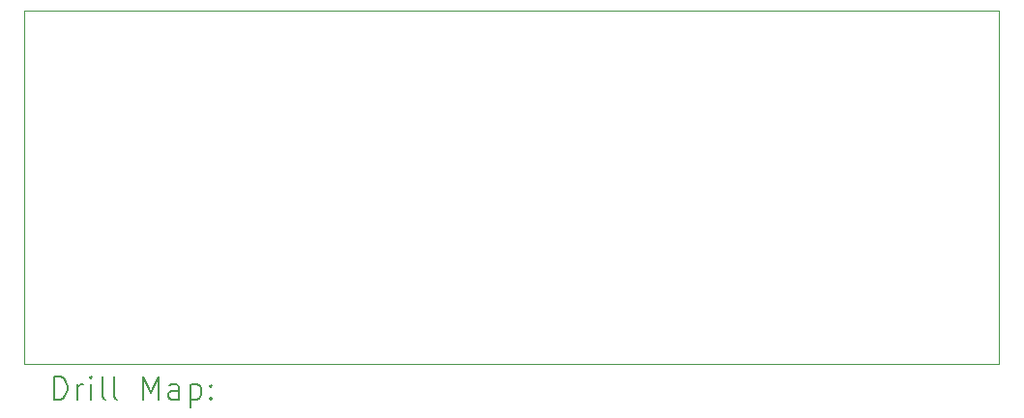
<source format=gbr>
%TF.GenerationSoftware,KiCad,Pcbnew,8.0.9-8.0.9-0~ubuntu20.04.1*%
%TF.CreationDate,2025-03-28T22:02:59+00:00*%
%TF.ProjectId,ggroohauga-console,6767726f-6f68-4617-9567-612d636f6e73,rev?*%
%TF.SameCoordinates,Original*%
%TF.FileFunction,Drillmap*%
%TF.FilePolarity,Positive*%
%FSLAX45Y45*%
G04 Gerber Fmt 4.5, Leading zero omitted, Abs format (unit mm)*
G04 Created by KiCad (PCBNEW 8.0.9-8.0.9-0~ubuntu20.04.1) date 2025-03-28 22:02:59*
%MOMM*%
%LPD*%
G01*
G04 APERTURE LIST*
%ADD10C,0.025400*%
%ADD11C,0.200000*%
G04 APERTURE END LIST*
D10*
X5387340Y-5049520D02*
X13921740Y-5049520D01*
X13921740Y-8148320D01*
X5387340Y-8148320D01*
X5387340Y-5049520D01*
D11*
X5646847Y-8461074D02*
X5646847Y-8261074D01*
X5646847Y-8261074D02*
X5694466Y-8261074D01*
X5694466Y-8261074D02*
X5723037Y-8270598D01*
X5723037Y-8270598D02*
X5742085Y-8289645D01*
X5742085Y-8289645D02*
X5751609Y-8308693D01*
X5751609Y-8308693D02*
X5761132Y-8346788D01*
X5761132Y-8346788D02*
X5761132Y-8375359D01*
X5761132Y-8375359D02*
X5751609Y-8413455D01*
X5751609Y-8413455D02*
X5742085Y-8432502D01*
X5742085Y-8432502D02*
X5723037Y-8451550D01*
X5723037Y-8451550D02*
X5694466Y-8461074D01*
X5694466Y-8461074D02*
X5646847Y-8461074D01*
X5846847Y-8461074D02*
X5846847Y-8327740D01*
X5846847Y-8365836D02*
X5856371Y-8346788D01*
X5856371Y-8346788D02*
X5865894Y-8337264D01*
X5865894Y-8337264D02*
X5884942Y-8327740D01*
X5884942Y-8327740D02*
X5903990Y-8327740D01*
X5970656Y-8461074D02*
X5970656Y-8327740D01*
X5970656Y-8261074D02*
X5961132Y-8270598D01*
X5961132Y-8270598D02*
X5970656Y-8280121D01*
X5970656Y-8280121D02*
X5980180Y-8270598D01*
X5980180Y-8270598D02*
X5970656Y-8261074D01*
X5970656Y-8261074D02*
X5970656Y-8280121D01*
X6094466Y-8461074D02*
X6075418Y-8451550D01*
X6075418Y-8451550D02*
X6065894Y-8432502D01*
X6065894Y-8432502D02*
X6065894Y-8261074D01*
X6199228Y-8461074D02*
X6180180Y-8451550D01*
X6180180Y-8451550D02*
X6170656Y-8432502D01*
X6170656Y-8432502D02*
X6170656Y-8261074D01*
X6427799Y-8461074D02*
X6427799Y-8261074D01*
X6427799Y-8261074D02*
X6494466Y-8403931D01*
X6494466Y-8403931D02*
X6561132Y-8261074D01*
X6561132Y-8261074D02*
X6561132Y-8461074D01*
X6742085Y-8461074D02*
X6742085Y-8356312D01*
X6742085Y-8356312D02*
X6732561Y-8337264D01*
X6732561Y-8337264D02*
X6713513Y-8327740D01*
X6713513Y-8327740D02*
X6675418Y-8327740D01*
X6675418Y-8327740D02*
X6656371Y-8337264D01*
X6742085Y-8451550D02*
X6723037Y-8461074D01*
X6723037Y-8461074D02*
X6675418Y-8461074D01*
X6675418Y-8461074D02*
X6656371Y-8451550D01*
X6656371Y-8451550D02*
X6646847Y-8432502D01*
X6646847Y-8432502D02*
X6646847Y-8413455D01*
X6646847Y-8413455D02*
X6656371Y-8394407D01*
X6656371Y-8394407D02*
X6675418Y-8384883D01*
X6675418Y-8384883D02*
X6723037Y-8384883D01*
X6723037Y-8384883D02*
X6742085Y-8375359D01*
X6837323Y-8327740D02*
X6837323Y-8527740D01*
X6837323Y-8337264D02*
X6856371Y-8327740D01*
X6856371Y-8327740D02*
X6894466Y-8327740D01*
X6894466Y-8327740D02*
X6913513Y-8337264D01*
X6913513Y-8337264D02*
X6923037Y-8346788D01*
X6923037Y-8346788D02*
X6932561Y-8365836D01*
X6932561Y-8365836D02*
X6932561Y-8422979D01*
X6932561Y-8422979D02*
X6923037Y-8442026D01*
X6923037Y-8442026D02*
X6913513Y-8451550D01*
X6913513Y-8451550D02*
X6894466Y-8461074D01*
X6894466Y-8461074D02*
X6856371Y-8461074D01*
X6856371Y-8461074D02*
X6837323Y-8451550D01*
X7018275Y-8442026D02*
X7027799Y-8451550D01*
X7027799Y-8451550D02*
X7018275Y-8461074D01*
X7018275Y-8461074D02*
X7008752Y-8451550D01*
X7008752Y-8451550D02*
X7018275Y-8442026D01*
X7018275Y-8442026D02*
X7018275Y-8461074D01*
X7018275Y-8337264D02*
X7027799Y-8346788D01*
X7027799Y-8346788D02*
X7018275Y-8356312D01*
X7018275Y-8356312D02*
X7008752Y-8346788D01*
X7008752Y-8346788D02*
X7018275Y-8337264D01*
X7018275Y-8337264D02*
X7018275Y-8356312D01*
M02*

</source>
